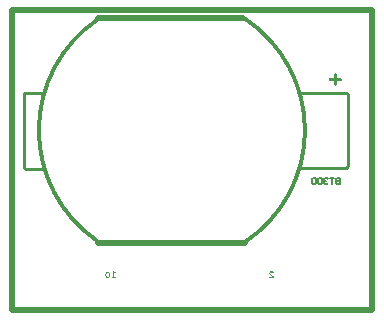
<source format=gbo>
%FSLAX25Y25*%
%MOIN*%
G70*
G01*
G75*
G04 Layer_Color=32896*
%ADD10C,0.02000*%
%ADD11R,0.05118X0.04134*%
%ADD12R,0.02756X0.03150*%
%ADD13R,0.01000X0.01000*%
%ADD14R,0.01575X0.03347*%
%ADD15R,0.03937X0.04331*%
%ADD16C,0.05000*%
%ADD17R,0.03543X0.03543*%
%ADD18R,0.03937X0.03937*%
%ADD19R,0.11024X0.02756*%
%ADD20R,0.03937X0.07874*%
%ADD21R,0.03150X0.02362*%
%ADD22R,0.02362X0.03150*%
%ADD23R,0.01000X0.01000*%
%ADD24R,0.03150X0.02756*%
%ADD25R,0.01969X0.01969*%
%ADD26R,0.01969X0.03937*%
%ADD27R,0.02658X0.00984*%
%ADD28R,0.00984X0.02658*%
%ADD29R,0.05000X0.12500*%
%ADD30O,0.01181X0.02559*%
%ADD31O,0.02559X0.01181*%
%ADD32R,0.14961X0.14961*%
%ADD33C,0.04000*%
%ADD34C,0.01200*%
%ADD35C,0.00500*%
%ADD36C,0.01000*%
%ADD37C,0.00800*%
%ADD38R,0.04500X0.04000*%
%ADD39R,0.05000X0.04000*%
%ADD40R,0.03000X0.05000*%
%ADD41R,0.06000X0.03000*%
%ADD42R,0.09000X0.04000*%
%ADD43R,0.04000X0.01000*%
%ADD44R,0.01000X0.04000*%
%ADD45R,0.03543X0.02598*%
%ADD46C,0.12000*%
%ADD47C,0.06000*%
%ADD48C,0.01600*%
%ADD49C,0.02000*%
%ADD50C,0.02598*%
%ADD51C,0.10000*%
%ADD52C,0.08000*%
%ADD53C,0.00984*%
%ADD54C,0.00591*%
%ADD55C,0.00787*%
%ADD56R,0.01369X0.01369*%
%ADD57R,0.33000X0.16000*%
%ADD58R,0.03000X0.01000*%
%ADD59R,0.01000X0.03000*%
%ADD60R,0.05918X0.04934*%
%ADD61R,0.03556X0.03950*%
%ADD62R,0.02375X0.04147*%
%ADD63R,0.04737X0.05131*%
%ADD64C,0.10000*%
%ADD65R,0.04343X0.04343*%
%ADD66R,0.04737X0.04737*%
%ADD67R,0.11824X0.03556*%
%ADD68R,0.04737X0.08674*%
%ADD69R,0.03950X0.03162*%
%ADD70R,0.03162X0.03950*%
%ADD71R,0.03950X0.03556*%
%ADD72R,0.02769X0.02769*%
%ADD73R,0.02769X0.04737*%
%ADD74R,0.03248X0.01575*%
%ADD75R,0.01575X0.03248*%
%ADD76R,0.05800X0.13300*%
%ADD77O,0.01981X0.03359*%
%ADD78O,0.03359X0.01981*%
%ADD79R,0.15761X0.15761*%
%ADD80C,0.04800*%
%ADD81C,0.06800*%
%ADD82C,0.02400*%
%ADD83C,0.02800*%
%ADD84C,0.03398*%
G36*
X107817Y78992D02*
X107862Y78985D01*
X107907Y78970D01*
X107952Y78948D01*
X107998Y78917D01*
X108043Y78880D01*
X108050Y78873D01*
X108057Y78857D01*
X108080Y78828D01*
X108103Y78782D01*
X108117Y78730D01*
X108140Y78655D01*
X108148Y78572D01*
X108155Y78475D01*
Y77335D01*
X109528D01*
X109580Y77328D01*
X109640Y77320D01*
X109767Y77290D01*
X109835Y77267D01*
X109888Y77230D01*
X109895Y77223D01*
X109910Y77207D01*
X109925Y77185D01*
X109955Y77148D01*
X109977Y77110D01*
X109993Y77057D01*
X110008Y77005D01*
X110015Y76938D01*
Y76930D01*
Y76907D01*
X110008Y76877D01*
X110000Y76840D01*
X109985Y76795D01*
X109962Y76743D01*
X109932Y76697D01*
X109888Y76652D01*
X109880Y76645D01*
X109865Y76638D01*
X109835Y76615D01*
X109790Y76592D01*
X109738Y76578D01*
X109670Y76555D01*
X109580Y76547D01*
X109483Y76540D01*
X108155Y76555D01*
Y75423D01*
Y75407D01*
Y75378D01*
X108148Y75325D01*
X108140Y75265D01*
X108125Y75197D01*
X108110Y75130D01*
X108080Y75070D01*
X108043Y75017D01*
X108035Y75010D01*
X108020Y74995D01*
X107998Y74980D01*
X107967Y74950D01*
X107930Y74928D01*
X107878Y74913D01*
X107825Y74897D01*
X107757Y74890D01*
X107728D01*
X107697Y74897D01*
X107652Y74905D01*
X107607Y74920D01*
X107555Y74942D01*
X107510Y74972D01*
X107465Y75017D01*
X107457Y75025D01*
X107450Y75040D01*
X107435Y75070D01*
X107413Y75115D01*
X107390Y75168D01*
X107375Y75235D01*
X107368Y75325D01*
X107360Y75423D01*
Y76555D01*
X105980D01*
X105928Y76562D01*
X105868Y76570D01*
X105800Y76585D01*
X105733Y76600D01*
X105673Y76630D01*
X105620Y76667D01*
X105613Y76675D01*
X105605Y76690D01*
X105582Y76713D01*
X105560Y76743D01*
X105537Y76780D01*
X105523Y76825D01*
X105508Y76885D01*
X105500Y76945D01*
Y76952D01*
Y76975D01*
X105508Y77005D01*
X105515Y77050D01*
X105530Y77095D01*
X105552Y77140D01*
X105582Y77185D01*
X105620Y77230D01*
X105628Y77237D01*
X105642Y77245D01*
X105673Y77260D01*
X105718Y77283D01*
X105770Y77305D01*
X105845Y77320D01*
X105928Y77328D01*
X106025Y77335D01*
X107360D01*
Y78475D01*
Y78490D01*
Y78520D01*
X107368Y78572D01*
X107375Y78632D01*
X107405Y78768D01*
X107428Y78828D01*
X107465Y78880D01*
X107473Y78887D01*
X107487Y78895D01*
X107510Y78917D01*
X107547Y78940D01*
X107585Y78962D01*
X107638Y78978D01*
X107690Y78992D01*
X107757Y79000D01*
X107788D01*
X107817Y78992D01*
D02*
G37*
G36*
X31928Y12947D02*
X31991Y12937D01*
X32050Y12921D01*
X32105Y12901D01*
X32155Y12878D01*
X32201Y12852D01*
X32243Y12822D01*
X32279Y12796D01*
X32312Y12766D01*
X32342Y12737D01*
X32368Y12711D01*
X32388Y12688D01*
X32404Y12668D01*
X32414Y12652D01*
X32420Y12642D01*
X32424Y12639D01*
X32456Y12579D01*
X32486Y12520D01*
X32512Y12461D01*
X32535Y12406D01*
X32555Y12350D01*
X32571Y12297D01*
X32581Y12245D01*
X32594Y12196D01*
X32601Y12153D01*
X32607Y12114D01*
X32611Y12078D01*
X32614Y12048D01*
X32617Y12022D01*
Y12005D01*
Y11992D01*
Y11989D01*
Y11609D01*
X32611Y11507D01*
X32598Y11408D01*
X32578Y11320D01*
X32552Y11241D01*
X32542Y11205D01*
X32529Y11176D01*
X32519Y11146D01*
X32509Y11123D01*
X32502Y11107D01*
X32496Y11090D01*
X32489Y11084D01*
Y11080D01*
X32463Y11038D01*
X32440Y10995D01*
X32414Y10959D01*
X32391Y10923D01*
X32345Y10864D01*
X32302Y10818D01*
X32266Y10785D01*
X32237Y10762D01*
X32220Y10746D01*
X32214Y10743D01*
X32155Y10713D01*
X32096Y10690D01*
X32037Y10674D01*
X31981Y10664D01*
X31932Y10657D01*
X31909Y10654D01*
X31892Y10651D01*
X31856D01*
X31791Y10654D01*
X31725Y10664D01*
X31669Y10680D01*
X31613Y10700D01*
X31561Y10723D01*
X31515Y10749D01*
X31473Y10775D01*
X31436Y10805D01*
X31404Y10835D01*
X31374Y10861D01*
X31348Y10887D01*
X31328Y10910D01*
X31312Y10930D01*
X31302Y10946D01*
X31295Y10956D01*
X31292Y10959D01*
X31256Y11018D01*
X31227Y11077D01*
X31200Y11136D01*
X31177Y11192D01*
X31158Y11248D01*
X31144Y11300D01*
X31131Y11353D01*
X31118Y11402D01*
X31112Y11445D01*
X31105Y11484D01*
X31102Y11520D01*
X31099Y11549D01*
X31095Y11576D01*
Y11592D01*
Y11605D01*
Y11609D01*
Y11989D01*
X31102Y12091D01*
X31115Y12189D01*
X31138Y12278D01*
X31161Y12356D01*
X31174Y12393D01*
X31187Y12425D01*
X31197Y12451D01*
X31210Y12474D01*
X31217Y12491D01*
X31223Y12507D01*
X31230Y12514D01*
Y12517D01*
X31256Y12563D01*
X31279Y12602D01*
X31305Y12642D01*
X31328Y12675D01*
X31351Y12707D01*
X31374Y12734D01*
X31417Y12783D01*
X31456Y12816D01*
X31482Y12839D01*
X31502Y12855D01*
X31505Y12858D01*
X31509D01*
X31564Y12888D01*
X31623Y12911D01*
X31682Y12927D01*
X31738Y12940D01*
X31787Y12947D01*
X31810D01*
X31827Y12950D01*
X31863D01*
X31928Y12947D01*
D02*
G37*
G36*
X86549Y13047D02*
X86624Y13037D01*
X86690Y13021D01*
X86746Y13004D01*
X86795Y12988D01*
X86815Y12981D01*
X86831Y12971D01*
X86844Y12968D01*
X86854Y12961D01*
X86861Y12958D01*
X86864D01*
X86926Y12922D01*
X86982Y12883D01*
X87031Y12840D01*
X87070Y12801D01*
X87100Y12765D01*
X87123Y12739D01*
X87136Y12719D01*
X87139Y12716D01*
Y12712D01*
X87169Y12656D01*
X87192Y12607D01*
X87208Y12565D01*
X87218Y12525D01*
X87225Y12496D01*
X87231Y12476D01*
Y12460D01*
Y12456D01*
X87228Y12433D01*
X87225Y12410D01*
X87205Y12374D01*
X87198Y12358D01*
X87189Y12348D01*
X87185Y12342D01*
X87182Y12338D01*
X87162Y12322D01*
X87139Y12309D01*
X87120Y12302D01*
X87100Y12296D01*
X87084Y12292D01*
X87070Y12289D01*
X87057D01*
X87018Y12292D01*
X86985Y12306D01*
X86965Y12315D01*
X86962Y12319D01*
X86959D01*
X86942Y12332D01*
X86929Y12348D01*
X86910Y12381D01*
X86900Y12397D01*
X86893Y12407D01*
X86890Y12417D01*
Y12420D01*
X86874Y12460D01*
X86857Y12496D01*
X86841Y12525D01*
X86824Y12548D01*
X86811Y12568D01*
X86798Y12581D01*
X86792Y12588D01*
X86788Y12591D01*
X86739Y12627D01*
X86687Y12656D01*
X86634Y12676D01*
X86585Y12689D01*
X86542Y12696D01*
X86506Y12702D01*
X86477D01*
X86411Y12699D01*
X86352Y12686D01*
X86303Y12673D01*
X86260Y12653D01*
X86227Y12637D01*
X86201Y12620D01*
X86188Y12607D01*
X86181Y12604D01*
X86145Y12565D01*
X86116Y12529D01*
X86096Y12489D01*
X86083Y12453D01*
X86077Y12424D01*
X86070Y12401D01*
Y12384D01*
Y12378D01*
X86073Y12338D01*
X86086Y12302D01*
X86099Y12266D01*
X86119Y12233D01*
X86136Y12204D01*
X86152Y12184D01*
X86165Y12171D01*
X86168Y12165D01*
X86188Y12141D01*
X86214Y12115D01*
X86241Y12089D01*
X86273Y12056D01*
X86345Y11991D01*
X86427Y11915D01*
X86519Y11833D01*
X86611Y11751D01*
X86808Y11584D01*
X86903Y11502D01*
X86995Y11423D01*
X87077Y11354D01*
X87149Y11292D01*
X87182Y11266D01*
X87211Y11240D01*
X87238Y11220D01*
X87261Y11200D01*
X87277Y11187D01*
X87290Y11177D01*
X87297Y11171D01*
X87300Y11167D01*
Y10800D01*
X85719D01*
Y10967D01*
X85722Y11010D01*
X85726Y11049D01*
X85735Y11079D01*
X85742Y11102D01*
X85752Y11121D01*
X85762Y11135D01*
X85765Y11141D01*
X85768Y11144D01*
X85788Y11164D01*
X85808Y11177D01*
X85827Y11187D01*
X85847Y11194D01*
X85867Y11197D01*
X85880Y11200D01*
X85893D01*
X85913Y11197D01*
X85935Y11194D01*
X85972Y11174D01*
X85988Y11164D01*
X86001Y11157D01*
X86008Y11151D01*
X86011Y11148D01*
X86769D01*
X86677Y11226D01*
X86588Y11299D01*
X86513Y11367D01*
X86441Y11430D01*
X86378Y11485D01*
X86319Y11535D01*
X86270Y11577D01*
X86227Y11617D01*
X86188Y11653D01*
X86155Y11682D01*
X86129Y11705D01*
X86109Y11725D01*
X86093Y11738D01*
X86083Y11751D01*
X86077Y11755D01*
X86073Y11758D01*
X86031Y11797D01*
X85995Y11836D01*
X85962Y11873D01*
X85932Y11905D01*
X85906Y11935D01*
X85880Y11961D01*
X85844Y12010D01*
X85814Y12050D01*
X85798Y12076D01*
X85788Y12092D01*
X85785Y12099D01*
X85765Y12145D01*
X85749Y12194D01*
X85739Y12240D01*
X85729Y12279D01*
X85726Y12315D01*
X85722Y12345D01*
Y12361D01*
Y12368D01*
X85726Y12420D01*
X85732Y12470D01*
X85742Y12519D01*
X85755Y12561D01*
X85791Y12643D01*
X85808Y12683D01*
X85827Y12716D01*
X85850Y12745D01*
X85867Y12771D01*
X85886Y12794D01*
X85903Y12814D01*
X85916Y12830D01*
X85926Y12840D01*
X85932Y12847D01*
X85935Y12850D01*
X85975Y12886D01*
X86018Y12916D01*
X86063Y12942D01*
X86109Y12965D01*
X86152Y12984D01*
X86198Y13001D01*
X86283Y13024D01*
X86323Y13034D01*
X86359Y13040D01*
X86391Y13044D01*
X86418Y13047D01*
X86441Y13050D01*
X86473D01*
X86549Y13047D01*
D02*
G37*
G36*
X34513Y12757D02*
X34552Y12743D01*
X34585Y12730D01*
X34611Y12720D01*
X34631Y12707D01*
X34648Y12697D01*
X34657Y12691D01*
X34661Y12688D01*
X34664Y12684D01*
X34684Y12652D01*
X34693Y12616D01*
Y12599D01*
X34697Y12589D01*
Y12579D01*
Y12576D01*
X34693Y12550D01*
X34690Y12524D01*
X34684Y12504D01*
X34674Y12484D01*
X34664Y12468D01*
X34657Y12458D01*
X34654Y12451D01*
X34651Y12448D01*
X34631Y12432D01*
X34611Y12419D01*
X34592Y12409D01*
X34575Y12402D01*
X34559Y12399D01*
X34546Y12396D01*
X34520D01*
X34503Y12399D01*
X34467Y12406D01*
X34451Y12409D01*
X34438Y12412D01*
X34428Y12415D01*
X34424D01*
X34113Y12497D01*
Y11048D01*
X34464D01*
X34510Y11044D01*
X34549Y11041D01*
X34579Y11031D01*
X34605Y11025D01*
X34625Y11015D01*
X34638Y11005D01*
X34644Y11002D01*
X34648Y10999D01*
X34664Y10979D01*
X34677Y10959D01*
X34687Y10939D01*
X34693Y10920D01*
X34697Y10900D01*
X34700Y10887D01*
Y10877D01*
Y10874D01*
X34697Y10844D01*
X34690Y10821D01*
X34684Y10798D01*
X34674Y10782D01*
X34664Y10766D01*
X34654Y10756D01*
X34651Y10749D01*
X34648Y10746D01*
X34625Y10729D01*
X34595Y10720D01*
X34536Y10707D01*
X34506Y10703D01*
X34484Y10700D01*
X33414D01*
X33368Y10703D01*
X33332Y10707D01*
X33299Y10713D01*
X33277Y10723D01*
X33257Y10733D01*
X33244Y10739D01*
X33237Y10743D01*
X33234Y10746D01*
X33214Y10766D01*
X33201Y10785D01*
X33191Y10805D01*
X33185Y10825D01*
X33181Y10844D01*
X33178Y10857D01*
Y10867D01*
Y10871D01*
X33181Y10900D01*
X33188Y10923D01*
X33195Y10946D01*
X33204Y10966D01*
X33217Y10979D01*
X33224Y10989D01*
X33231Y10995D01*
X33234Y10999D01*
X33257Y11015D01*
X33283Y11028D01*
X33313Y11035D01*
X33342Y11041D01*
X33372Y11044D01*
X33395Y11048D01*
X33765D01*
Y12950D01*
X34513Y12757D01*
D02*
G37*
%LPC*%
G36*
X31866Y12602D02*
X31859D01*
X31800Y12596D01*
X31751Y12583D01*
X31705Y12566D01*
X31669Y12543D01*
X31640Y12520D01*
X31620Y12504D01*
X31607Y12491D01*
X31604Y12484D01*
X31574Y12445D01*
X31551Y12402D01*
X31528Y12360D01*
X31512Y12317D01*
X31482Y12235D01*
X31463Y12156D01*
X31456Y12120D01*
X31453Y12091D01*
X31446Y12061D01*
Y12035D01*
X31443Y12015D01*
Y12002D01*
Y11992D01*
Y11989D01*
Y11609D01*
Y11556D01*
X31449Y11504D01*
X31466Y11412D01*
X31492Y11330D01*
X31505Y11294D01*
X31518Y11261D01*
X31535Y11228D01*
X31548Y11202D01*
X31561Y11179D01*
X31574Y11163D01*
X31584Y11146D01*
X31591Y11136D01*
X31594Y11130D01*
X31597Y11126D01*
X31637Y11084D01*
X31679Y11051D01*
X31725Y11031D01*
X31764Y11015D01*
X31800Y11005D01*
X31830Y11002D01*
X31850Y10999D01*
X31856D01*
X31915Y11005D01*
X31964Y11018D01*
X32007Y11035D01*
X32043Y11057D01*
X32073Y11077D01*
X32092Y11097D01*
X32105Y11110D01*
X32109Y11113D01*
X32138Y11153D01*
X32161Y11195D01*
X32184Y11238D01*
X32201Y11281D01*
X32230Y11363D01*
X32250Y11441D01*
X32256Y11474D01*
X32260Y11507D01*
X32263Y11536D01*
X32266Y11559D01*
X32269Y11582D01*
Y11595D01*
Y11605D01*
Y11609D01*
Y11989D01*
X32266Y12042D01*
X32263Y12094D01*
X32247Y12186D01*
X32220Y12268D01*
X32207Y12304D01*
X32194Y12340D01*
X32181Y12370D01*
X32168Y12396D01*
X32155Y12419D01*
X32142Y12435D01*
X32132Y12451D01*
X32125Y12461D01*
X32119Y12468D01*
Y12471D01*
X32079Y12514D01*
X32037Y12547D01*
X31991Y12570D01*
X31951Y12586D01*
X31915Y12596D01*
X31886Y12599D01*
X31866Y12602D01*
D02*
G37*
%LPD*%
D10*
X28500Y97500D02*
X77000D01*
X28500Y22500D02*
X77500D01*
X120000Y0D02*
Y100000D01*
X0D02*
X120000D01*
X0Y0D02*
Y100000D01*
Y0D02*
X120000D01*
D34*
X77513Y22740D02*
G03*
X77636Y97178I-24513J37260D01*
G01*
X28446Y96898D02*
G03*
X28088Y23348I25054J-36898D01*
G01*
D35*
X109300Y43999D02*
Y42000D01*
X108300D01*
X107967Y42333D01*
Y42666D01*
X108300Y43000D01*
X109300D01*
X108300D01*
X107967Y43333D01*
Y43666D01*
X108300Y43999D01*
X109300D01*
X107301D02*
X105968D01*
X106634D01*
Y42000D01*
X105301Y43666D02*
X104968Y43999D01*
X104302D01*
X103968Y43666D01*
Y43333D01*
X104302Y43000D01*
X104635D01*
X104302D01*
X103968Y42666D01*
Y42333D01*
X104302Y42000D01*
X104968D01*
X105301Y42333D01*
X103302Y43666D02*
X102969Y43999D01*
X102302D01*
X101969Y43666D01*
Y42333D01*
X102302Y42000D01*
X102969D01*
X103302Y42333D01*
Y43666D01*
X101303D02*
X100969Y43999D01*
X100303D01*
X99970Y43666D01*
Y42333D01*
X100303Y42000D01*
X100969D01*
X101303Y42333D01*
Y43666D01*
D36*
X96000Y47500D02*
X111300D01*
X111800Y48000D01*
Y72000D01*
X111300Y72500D02*
X111800Y72000D01*
X96000Y72500D02*
X111300D01*
X4000Y47500D02*
X4500Y47000D01*
X4000Y47500D02*
Y72500D01*
X4500Y47000D02*
X10500D01*
X4000Y72500D02*
X10500D01*
M02*

</source>
